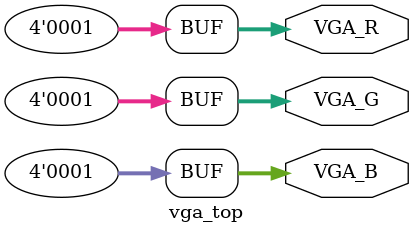
<source format=sv>
`timescale 1ns / 1ps


module vga_top(
    output [3:0] VGA_R,
    output [3:0] VGA_G,
    output [3:0] VGA_B
    );
    
    assign VGA_R = 1'b1;
    assign VGA_G = 1'b1;
    assign VGA_B = 1'b1;
    
endmodule

</source>
